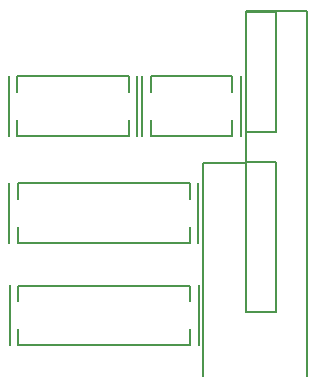
<source format=gm1>
G04 Layer_Color=16711935*
%FSLAX24Y24*%
%MOIN*%
G70*
G01*
G75*
%ADD31C,0.0079*%
D31*
X14055Y0D02*
Y12165D01*
X12008D02*
X14055D01*
X10591Y0D02*
Y7087D01*
X12008D01*
Y12165D01*
X12020Y2122D02*
Y7122D01*
Y2122D02*
X13020D01*
Y7122D01*
X12020D02*
X13020D01*
X12020Y8122D02*
Y12122D01*
Y8122D02*
X13020D01*
Y12122D01*
X12020D02*
X13020D01*
X4388Y9441D02*
Y9972D01*
Y8004D02*
Y8535D01*
X8112Y8004D02*
Y8535D01*
Y9441D02*
Y9972D01*
X4388D02*
X8112D01*
X4388Y8004D02*
X8112D01*
X4104Y7988D02*
Y9988D01*
X8396Y7988D02*
Y9988D01*
X8837Y8004D02*
X11561D01*
X8837Y9972D02*
X11561D01*
Y9441D02*
Y9972D01*
Y8004D02*
Y8535D01*
X8837Y8004D02*
Y8535D01*
Y9441D02*
Y9972D01*
X8545Y7988D02*
Y9988D01*
X11852Y7988D02*
Y9988D01*
X4128Y4421D02*
Y6421D01*
X10427Y4421D02*
Y6421D01*
X10140Y4437D02*
Y4969D01*
Y5874D02*
Y6406D01*
X4415Y5874D02*
Y6406D01*
Y4437D02*
Y4969D01*
Y4437D02*
X10140D01*
X4415Y6406D02*
X10140D01*
X10439Y1020D02*
Y3020D01*
X4140Y1020D02*
Y3020D01*
X4427Y2472D02*
Y3004D01*
Y1035D02*
Y1567D01*
X10152Y1035D02*
Y1567D01*
Y2472D02*
Y3004D01*
X4427D02*
X10152D01*
X4427Y1035D02*
X10152D01*
M02*

</source>
